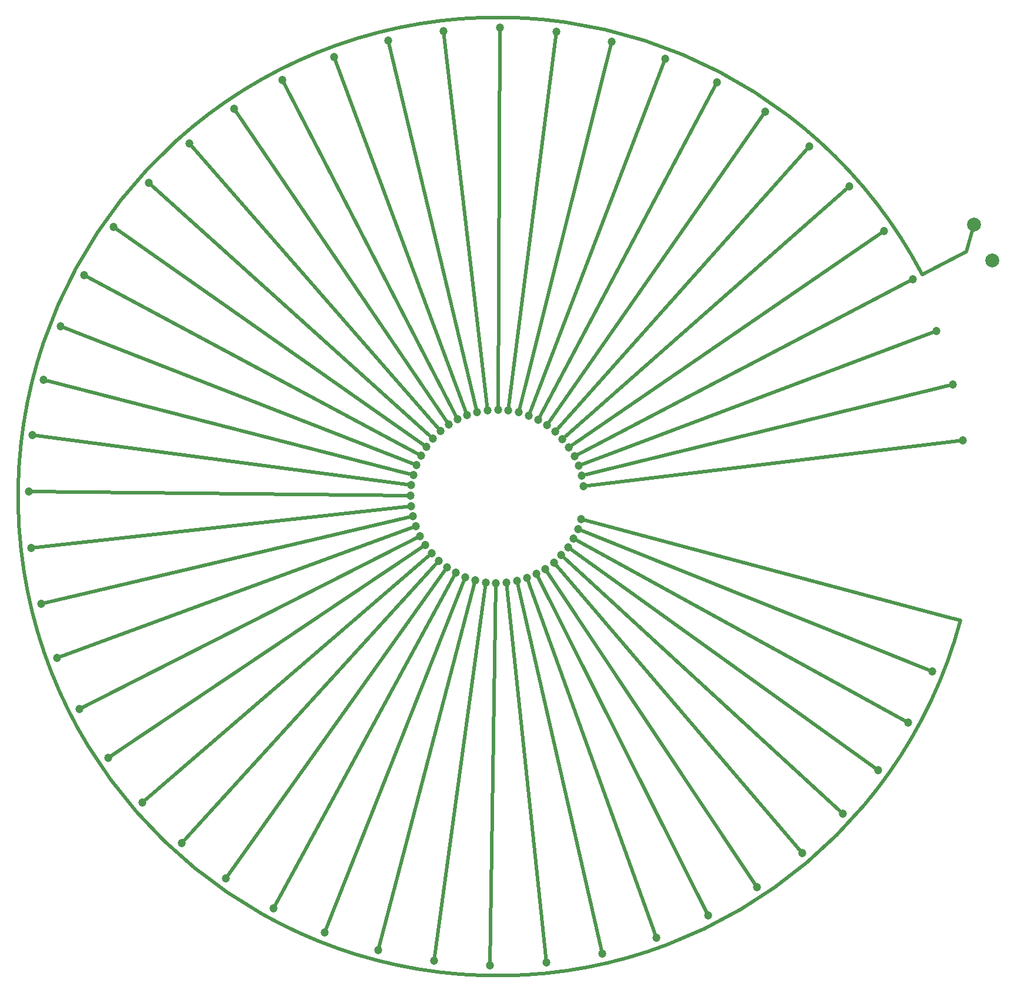
<source format=gbr>
%TF.GenerationSoftware,Altium Limited,Altium Designer,21.9.2 (33)*%
G04 Layer_Physical_Order=1*
G04 Layer_Color=255*
%FSLAX45Y45*%
%MOMM*%
%TF.SameCoordinates,B78EE042-0323-46B1-AAD3-62A74F185881*%
%TF.FilePolarity,Positive*%
%TF.FileFunction,Copper,L1,Top,Signal*%
%TF.Part,Single*%
G01*
G75*
%TA.AperFunction,Conductor*%
%ADD10C,0.50000*%
%TA.AperFunction,ViaPad*%
%ADD11C,2.00000*%
%ADD12C,1.20000*%
D10*
X6114804Y3196742D02*
G03*
X6664887Y-1785851I-6114804J-3196742D01*
G01*
X6114804Y3196742D02*
X6748434Y3527996D01*
X6860218Y3912059D01*
X6519999Y-1747029D02*
X6664887Y-1785851D01*
X1207407Y-323524D02*
X6519999Y-1747029D01*
X1159795Y-466235D02*
X6262894Y-2517667D01*
X1095383Y-602192D02*
X5915070Y-3251837D01*
X1015104Y-729426D02*
X5481563Y-3938903D01*
X920121Y-846095D02*
X4968655Y-4568912D01*
X811810Y-950507D02*
X4383774Y-5132740D01*
X691739Y-1041151D02*
X3735393Y-5622218D01*
X561649Y-1116714D02*
X3032903Y-6030256D01*
X423422Y-1176101D02*
X2286481Y-6350945D01*
X279062Y-1218451D02*
X1506938Y-6579638D01*
X130661Y-1243152D02*
X705567Y-6713022D01*
X-106024Y-6749167D02*
X-19634Y-1249845D01*
X-916080Y-6687547D02*
X-169644Y-1238434D01*
X-1712866Y-6529057D02*
X-317197Y-1209084D01*
X-2484841Y-6275991D02*
X-460156Y-1162220D01*
X-3220821Y-5932015D02*
X-596448Y-1098521D01*
X-3910148Y-5502112D02*
X-724101Y-1018909D01*
X-4542834Y-4992509D02*
X-841265Y-924538D01*
X-5109716Y-4410589D02*
X-946243Y-816775D01*
X-5602582Y-3764779D02*
X-1037515Y-697181D01*
X-6014294Y-3064436D02*
X-1113758Y-567488D01*
X-6338886Y-2319703D02*
X-1173867Y-429574D01*
X-6571657Y-1541368D02*
X-1216973Y-285439D01*
X-6709236Y-740706D02*
X-1242451Y-137168D01*
X-6749629Y70685D02*
X-1249931Y13090D01*
X-6692252Y881052D02*
X-1239306Y163158D01*
X-6537936Y1678657D02*
X-1210729Y310862D01*
X-6288915Y2451946D02*
X-1164614Y454064D01*
X-5948798Y3189718D02*
X-1101629Y590688D01*
X-5522510Y3881285D02*
X-1022687Y718756D01*
X-5016227Y4516631D02*
X-928931Y836413D01*
X-4437282Y5086552D02*
X-821719Y941954D01*
X-3794063Y5582794D02*
X-702604Y1033850D01*
X-3095884Y5998166D02*
X-573312Y1110771D01*
X-2352861Y6326653D02*
X-435715Y1171602D01*
X-1575756Y6563496D02*
X-291807Y1215462D01*
X-775826Y6705266D02*
X-143671Y1241716D01*
X6545Y1249983D02*
X35343Y6749907D01*
X156666Y1240143D02*
X845999Y6696774D01*
X304519Y1212339D02*
X1644401Y6546636D01*
X447960Y1166975D02*
X2418983Y6301667D01*
X584912Y1104707D02*
X3158526Y5965418D01*
X713392Y1026436D02*
X3852316Y5542757D01*
X831538Y933297D02*
X4490304Y5039807D01*
X937638Y826639D02*
X5063249Y4463855D01*
X1030157Y708007D02*
X5562851Y3823242D01*
X1107754Y579120D02*
X5981874Y3127248D01*
X1169304Y441843D02*
X6314247Y2385955D01*
X1213917Y298167D02*
X6555156Y1610101D01*
X1240946Y150171D02*
X6701112Y810924D01*
D11*
X7126779Y3398169D02*
D03*
X6860218Y3912059D02*
D03*
D12*
X4383774Y-5132740D02*
D03*
X705567Y-6713022D02*
D03*
X3735393Y-5622218D02*
D03*
X-916080Y-6687547D02*
D03*
X-1712866Y-6529057D02*
D03*
X-1216973Y-285439D02*
D03*
X-1242451Y-137168D02*
D03*
X-1249931Y13090D02*
D03*
X-1239306Y163158D02*
D03*
X-1210729Y310862D02*
D03*
X6262894Y-2517667D02*
D03*
X-106024Y-6749167D02*
D03*
X1030157Y708007D02*
D03*
X937638Y826639D02*
D03*
X831538Y933297D02*
D03*
X584912Y1104707D02*
D03*
X713392Y1026436D02*
D03*
X-724101Y-1018909D02*
D03*
X-841265Y-924538D02*
D03*
X-1037515Y-697181D02*
D03*
X-946243Y-816775D02*
D03*
X-1113758Y-567488D02*
D03*
X-821719Y941954D02*
D03*
X-928931Y836413D02*
D03*
X-1022687Y718756D02*
D03*
X-1101629Y590688D02*
D03*
X-1164614Y454064D02*
D03*
X-596448Y-1098521D02*
D03*
X-460156Y-1162220D02*
D03*
X-317197Y-1209084D02*
D03*
X-169644Y-1238434D02*
D03*
X-19634Y-1249845D02*
D03*
X-1173867Y-429574D02*
D03*
X-6571657Y-1541368D02*
D03*
X-6709236Y-740706D02*
D03*
X-6537936Y1678657D02*
D03*
X-6692252Y881052D02*
D03*
X-6749629Y70685D02*
D03*
X2418983Y6301667D02*
D03*
X3158526Y5965418D02*
D03*
X1644401Y6546636D02*
D03*
X845999Y6696774D02*
D03*
X3852316Y5542757D02*
D03*
X4490304Y5039807D02*
D03*
X35343Y6749907D02*
D03*
X3032903Y-6030256D02*
D03*
X2286481Y-6350945D02*
D03*
X1506938Y-6579638D02*
D03*
X-775826Y6705266D02*
D03*
X-3220821Y-5932015D02*
D03*
X-3910148Y-5502112D02*
D03*
X-4542834Y-4992509D02*
D03*
X-2484841Y-6275991D02*
D03*
X-5109716Y-4410589D02*
D03*
X-5602582Y-3764779D02*
D03*
X-6014294Y-3064436D02*
D03*
X-6338886Y-2319703D02*
D03*
X1095383Y-602192D02*
D03*
X1015104Y-729426D02*
D03*
X920121Y-846095D02*
D03*
X811810Y-950507D02*
D03*
X691739Y-1041151D02*
D03*
X561649Y-1116714D02*
D03*
X423422Y-1176101D02*
D03*
X279062Y-1218451D02*
D03*
X130661Y-1243152D02*
D03*
X1159795Y-466235D02*
D03*
X6701112Y810924D02*
D03*
X1207407Y-323524D02*
D03*
X-5948798Y3189718D02*
D03*
X-5522510Y3881285D02*
D03*
X-5016227Y4516631D02*
D03*
X-6288915Y2451946D02*
D03*
X1213917Y298167D02*
D03*
X1240946Y150171D02*
D03*
X1107754Y579120D02*
D03*
X1169304Y441843D02*
D03*
X5915070Y-3251837D02*
D03*
X5481563Y-3938903D02*
D03*
X4968655Y-4568912D02*
D03*
X-1575756Y6563496D02*
D03*
X-573312Y1110771D02*
D03*
X-435715Y1171602D02*
D03*
X-702604Y1033850D02*
D03*
X6545Y1249983D02*
D03*
X156666Y1240143D02*
D03*
X304519Y1212339D02*
D03*
X447960Y1166975D02*
D03*
X6314247Y2385955D02*
D03*
X6555156Y1610101D02*
D03*
X5063249Y4463855D02*
D03*
X5562851Y3823242D02*
D03*
X5981874Y3127248D02*
D03*
X-291807Y1215462D02*
D03*
X-3794063Y5582794D02*
D03*
X-3095884Y5998166D02*
D03*
X-2352861Y6326653D02*
D03*
X-4437282Y5086552D02*
D03*
X-143671Y1241716D02*
D03*
%TF.MD5,41fb67c87be301674a4c71c7dbc06078*%
M02*

</source>
